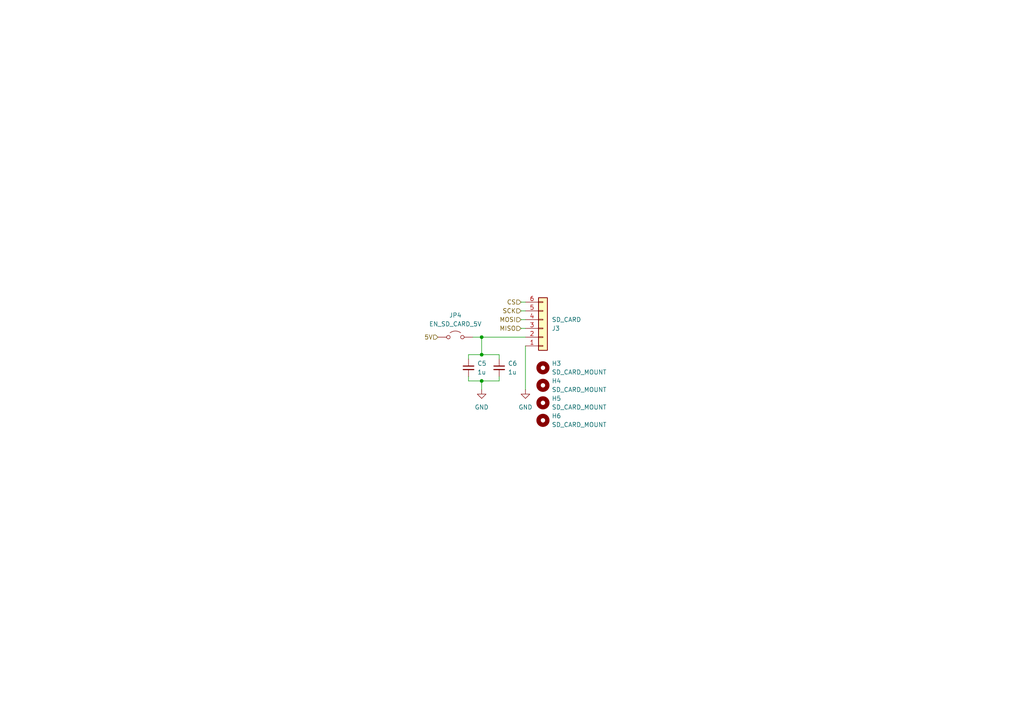
<source format=kicad_sch>
(kicad_sch (version 20231120) (generator "eeschema") (generator_version "8.0")
  (paper "A4")
  (title_block (title "Electronic Load SD Card Module") (date "2024-10-15") (rev "0.0.1"))
  (lib_symbols
    (symbol "Connector_Generic:Conn_01x06" (pin_names (offset 1.016) hide)
      (property "Reference" "J" (at 0 7.62 0))
      (property "Value" "Conn_01x06" (at 0 -10.16 0))
      (symbol "Conn_01x06_1_1"
        (rectangle (start -1.27 -7.493) (end 0 -7.747) (stroke (width 0.1524)))
        (rectangle (start -1.27 -4.953) (end 0 -5.207) (stroke (width 0.1524)))
        (rectangle (start -1.27 -2.413) (end 0 -2.667) (stroke (width 0.1524)))
        (rectangle (start -1.27 0.127) (end 0 -0.127) (stroke (width 0.1524)))
        (rectangle (start -1.27 2.667) (end 0 2.413) (stroke (width 0.1524)))
        (rectangle (start -1.27 5.207) (end 0 4.953) (stroke (width 0.1524)))
        (rectangle (start -1.27 6.35) (end 1.27 -8.89) (stroke (width 0.254)) (fill (type background)))
        (pin passive line (at -5.08 5.08 0) (length 3.81) (name "Pin_1") (number "1"))
        (pin passive line (at -5.08 2.54 0) (length 3.81) (name "Pin_2") (number "2"))
        (pin passive line (at -5.08 0 0) (length 3.81) (name "Pin_3") (number "3"))
        (pin passive line (at -5.08 -2.54 0) (length 3.81) (name "Pin_4") (number "4"))
        (pin passive line (at -5.08 -5.08 0) (length 3.81) (name "Pin_5") (number "5"))
        (pin passive line (at -5.08 -7.62 0) (length 3.81) (name "Pin_6") (number "6"))
      )
    )
    (symbol "Device:C_Small" (pin_numbers hide) (pin_names (offset 0.254) hide)
      (property "Reference" "C" (at 0.254 1.778 0))
      (property "Value" "C_Small" (at 0.254 -2.032 0))
      (symbol "C_Small_0_1"
        (polyline (pts (xy -1.524 -0.508) (xy 1.524 -0.508)) (stroke (width 0.3302)))
        (polyline (pts (xy -1.524 0.508) (xy 1.524 0.508)) (stroke (width 0.3048)))
      )
      (symbol "C_Small_1_1"
        (pin passive line (at 0 2.54 270) (length 2.032) (name "~") (number "1"))
        (pin passive line (at 0 -2.54 90) (length 2.032) (name "~") (number "2"))
      )
    )
    (symbol "Jumper:Jumper_2_Open" (pin_numbers hide) (pin_names (offset 0) hide) (exclude_from_sim yes)
      (property "Reference" "JP" (at 0 2.794 0))
      (property "Value" "Jumper_2_Open" (at 0 -2.286 0))
      (symbol "Jumper_2_Open_0_0"
        (circle (center -2.032 0) (radius 0.508))
        (circle (center 2.032 0) (radius 0.508))
      )
      (symbol "Jumper_2_Open_0_1"
        (arc (start 1.524 1.27) (mid 0 1.778) (end -1.524 1.27))
      )
      (symbol "Jumper_2_Open_1_1"
        (pin passive line (at -5.08 0 0) (length 2.54) (name "A") (number "1"))
        (pin passive line (at 5.08 0 180) (length 2.54) (name "B") (number "2"))
      )
    )
    (symbol "Mechanical:MountingHole" (pin_names (offset 1.016)) (exclude_from_sim yes) (in_bom no)
      (property "Reference" "H" (at 0 5.08 0))
      (property "Value" "MountingHole" (at 0 3.175 0))
      (symbol "MountingHole_0_1"
        (circle (center 0 0) (radius 1.27) (stroke (width 1.27)))
      )
    )
    (symbol "power:GND" (power) (pin_numbers hide) (pin_names (offset 0) hide)
      (property "Value" "GND" (at 0 -3.81 0))
      (symbol "GND_0_1"
        (polyline (pts (xy 0 0) (xy 0 -1.27) (xy 1.27 -1.27) (xy 0 -2.54) (xy -1.27 -1.27) (xy 0 -1.27)))
      )
      (symbol "GND_1_1"
        (pin power_in line (at 0 0 270) (length 0) (name "~") (number "1"))
      )
    )
  )
  (junction (at 139.7 97.79))
  (junction (at 139.7 102.87))
  (junction (at 139.7 110.49))
  (wire (pts (xy 135.89 102.87) (xy 135.89 104.14)))
  (wire (pts (xy 139.7 97.79) (xy 137.16 97.79)))
  (wire (pts (xy 135.89 110.49) (xy 139.7 110.49)))
  (wire (pts (xy 144.78 102.87) (xy 144.78 104.14)))
  (wire (pts (xy 151.13 90.17) (xy 152.4 90.17)))
  (wire (pts (xy 139.7 102.87) (xy 144.78 102.87)))
  (wire (pts (xy 151.13 95.25) (xy 152.4 95.25)))
  (wire (pts (xy 151.13 87.63) (xy 152.4 87.63)))
  (wire (pts (xy 152.4 113.03) (xy 152.4 100.33)))
  (wire (pts (xy 139.7 110.49) (xy 139.7 113.03)))
  (wire (pts (xy 139.7 110.49) (xy 144.78 110.49)))
  (wire (pts (xy 135.89 102.87) (xy 139.7 102.87)))
  (wire (pts (xy 144.78 109.22) (xy 144.78 110.49)))
  (wire (pts (xy 135.89 110.49) (xy 135.89 109.22)))
  (wire (pts (xy 139.7 97.79) (xy 152.4 97.79)))
  (wire (pts (xy 151.13 92.71) (xy 152.4 92.71)))
  (wire (pts (xy 139.7 97.79) (xy 139.7 102.87)))
  (hierarchical_label "SCK" (shape input) (at 151.13 90.17 180))
  (hierarchical_label "CS" (shape input) (at 151.13 87.63 180))
  (hierarchical_label "5V" (shape input) (at 127 97.79 180))
  (hierarchical_label "MISO" (shape input) (at 151.13 95.25 180))
  (hierarchical_label "MOSI" (shape input) (at 151.13 92.71 180))
  (symbol (lib_id "power:GND") (at 152.4 113.03 0) (unit 1)
    (property "Reference" "#PWR08" (effects (hide yes)))
    (property "Value" "GND" (at 152.4 118.11 0))
    (property "Description" "Power symbol creates a global label with name \"GND\" , ground" (effects (hide yes)))
  )
  (symbol (lib_id "power:GND") (at 139.7 113.03 0) (unit 1)
    (property "Reference" "#PWR09" (effects (hide yes)))
    (property "Value" "GND" (at 139.7 118.11 0))
    (property "Description" "Power symbol creates a global label with name \"GND\" , ground" (effects (hide yes)))
  )
  (symbol (lib_id "Mechanical:MountingHole") (at 157.48 111.76 0) (unit 1) (exclude_from_sim yes) (in_bom no)
    (property "Reference" "H4" (at 160.02 110.4899 0) (effects (justify left)))
    (property "Value" "SD_CARD_MOUNT" (at 160.02 113.0299 0) (effects (justify left)))
    (property "Footprint" "MountingHole:MountingHole_2.2mm_M2" (effects (hide yes)))
    (property "Description" "Mounting Hole without connection" (effects (hide yes)))
  )
  (symbol (lib_id "Device:C_Small") (at 144.78 106.68 0) (unit 1)
    (property "Reference" "C6" (at 147.32 105.4162 0) (effects (justify left)))
    (property "Value" "1u" (at 147.32 107.9562 0) (effects (justify left)))
    (property "Footprint" "Capacitor_SMD:C_0805_2012Metric_Pad1.18x1.45mm_HandSolder" (effects (hide yes)))
    (property "Description" "Unpolarized capacitor, small symbol" (effects (hide yes)))
  )
  (symbol (lib_id "Connector_Generic:Conn_01x06") (at 157.48 95.25 0) (mirror x) (unit 1)
    (property "Reference" "J3" (at 160.02 95.2501 0) (effects (justify left)))
    (property "Value" "SD_CARD" (at 160.02 92.7101 0) (effects (justify left)))
    (property "Footprint" "Connector_PinSocket_2.54mm:PinSocket_1x06_P2.54mm_Vertical" (effects (hide yes)))
  )
  (symbol (lib_id "Jumper:Jumper_2_Open") (at 132.08 97.79 0) (unit 1) (exclude_from_sim yes)
    (property "Reference" "JP4" (at 132.08 91.44 0))
    (property "Value" "EN_SD_CARD_5V" (at 132.08 93.98 0))
    (property "Footprint" "Jumper:SolderJumper-2_P1.3mm_Open_TrianglePad1.0x1.5mm" (effects (hide yes)))
    (property "Description" "Jumper, 2-pole, open" (effects (hide yes)))
  )
  (symbol (lib_id "Mechanical:MountingHole") (at 157.48 106.68 0) (unit 1) (exclude_from_sim yes) (in_bom no)
    (property "Reference" "H3" (at 160.02 105.4099 0) (effects (justify left)))
    (property "Value" "SD_CARD_MOUNT" (at 160.02 107.9499 0) (effects (justify left)))
    (property "Footprint" "MountingHole:MountingHole_2.2mm_M2" (effects (hide yes)))
    (property "Description" "Mounting Hole without connection" (effects (hide yes)))
  )
  (symbol (lib_id "Device:C_Small") (at 135.89 106.68 0) (unit 1)
    (property "Reference" "C5" (at 138.43 105.4162 0) (effects (justify left)))
    (property "Value" "1u" (at 138.43 107.9562 0) (effects (justify left)))
    (property "Footprint" "Capacitor_SMD:C_0805_2012Metric_Pad1.18x1.45mm_HandSolder" (effects (hide yes)))
    (property "Description" "Unpolarized capacitor, small symbol" (effects (hide yes)))
  )
  (symbol (lib_id "Mechanical:MountingHole") (at 157.48 116.84 0) (unit 1) (exclude_from_sim yes) (in_bom no)
    (property "Reference" "H5" (at 160.02 115.5699 0) (effects (justify left)))
    (property "Value" "SD_CARD_MOUNT" (at 160.02 118.1099 0) (effects (justify left)))
    (property "Footprint" "MountingHole:MountingHole_2.2mm_M2" (effects (hide yes)))
    (property "Description" "Mounting Hole without connection" (effects (hide yes)))
  )
  (symbol (lib_id "Mechanical:MountingHole") (at 157.48 121.92 0) (unit 1) (exclude_from_sim yes) (in_bom no)
    (property "Reference" "H6" (at 160.02 120.6499 0) (effects (justify left)))
    (property "Value" "SD_CARD_MOUNT" (at 160.02 123.1899 0) (effects (justify left)))
    (property "Footprint" "MountingHole:MountingHole_2.2mm_M2" (effects (hide yes)))
    (property "Description" "Mounting Hole without connection" (effects (hide yes)))
  )
)
</source>
